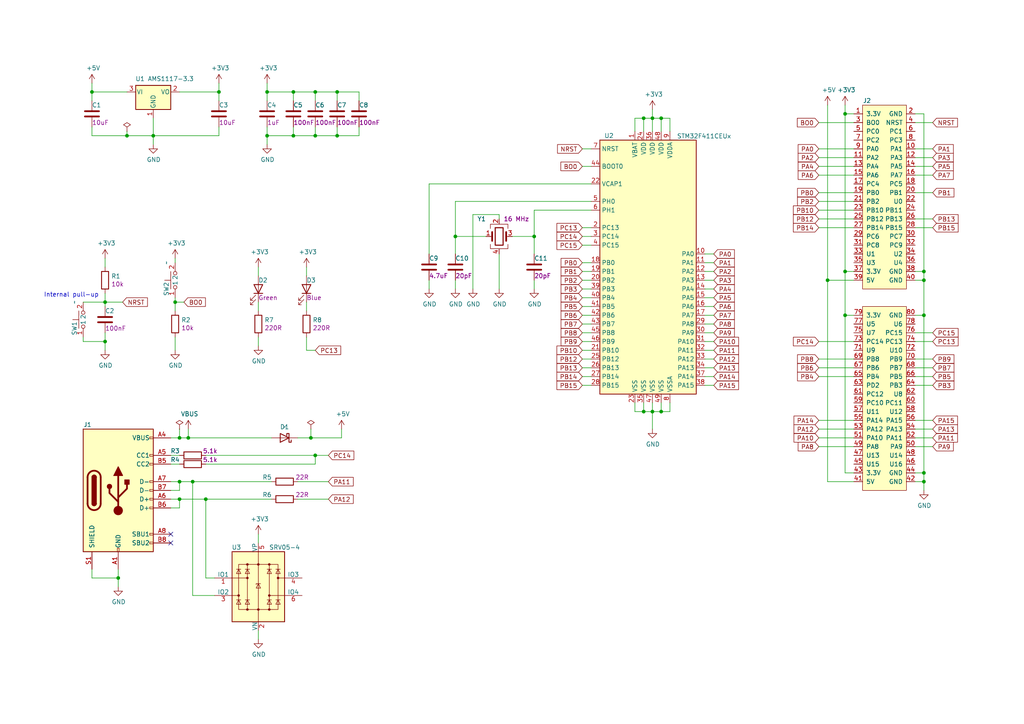
<source format=kicad_sch>
(kicad_sch (version 20211123) (generator eeschema)
  (paper "A4")
  (title_block (title "MCUSTM32F405") (date "2021-06-14") (rev "0.0") (company "STM32World") (comment 1 "lth@stm32world.com") (comment 2 "Lars Boegild Thomsen"))
  (junction (at 52.07 144.78))
  (junction (at 30.48 87.63))
  (junction (at 267.97 137.16))
  (junction (at 85.09 26.67))
  (junction (at 85.09 39.37))
  (junction (at 97.79 39.37))
  (junction (at 54.61 127))
  (junction (at 267.97 81.28))
  (junction (at 267.97 139.7))
  (junction (at 90.17 127))
  (junction (at 240.03 81.28))
  (junction (at 30.48 99.06))
  (junction (at 191.77 34.29))
  (junction (at 132.08 68.58))
  (junction (at 44.45 39.37))
  (junction (at 63.5 26.67))
  (junction (at 50.8 87.63))
  (junction (at 91.44 26.67))
  (junction (at 245.11 33.02))
  (junction (at 52.07 139.7))
  (junction (at 154.94 68.58))
  (junction (at 186.69 34.29))
  (junction (at 189.23 34.29))
  (junction (at 189.23 119.38))
  (junction (at 77.47 39.37))
  (junction (at 77.47 26.67))
  (junction (at 55.88 139.7))
  (junction (at 97.79 26.67))
  (junction (at 26.67 26.67))
  (junction (at 245.11 78.74))
  (junction (at 186.69 119.38))
  (junction (at 267.97 78.74))
  (junction (at 191.77 119.38))
  (junction (at 34.29 167.64))
  (junction (at 36.83 39.37))
  (junction (at 91.44 39.37))
  (junction (at 267.97 91.44))
  (junction (at 245.11 91.44))
  (junction (at 52.07 127))
  (junction (at 91.44 132.08))
  (junction (at 59.69 144.78))
  (no_connect (at 49.53 157.48))
  (no_connect (at 49.53 154.94))
  (wire (pts (xy 265.43 129.54) (xy 270.51 129.54)))
  (wire (pts (xy 186.69 119.38) (xy 189.23 119.38)))
  (wire (pts (xy 267.97 137.16) (xy 265.43 137.16)))
  (wire (pts (xy 97.79 39.37) (xy 97.79 36.83)))
  (wire (pts (xy 168.91 81.28) (xy 171.45 81.28)))
  (wire (pts (xy 132.08 58.42) (xy 132.08 68.58)))
  (wire (pts (xy 52.07 124.46) (xy 52.07 127)))
  (wire (pts (xy 168.91 88.9) (xy 171.45 88.9)))
  (wire (pts (xy 124.46 53.34) (xy 171.45 53.34)))
  (wire (pts (xy 267.97 91.44) (xy 267.97 137.16)))
  (wire (pts (xy 54.61 124.46) (xy 54.61 127)))
  (wire (pts (xy 267.97 139.7) (xy 267.97 137.16)))
  (wire (pts (xy 247.65 78.74) (xy 245.11 78.74)))
  (wire (pts (xy 168.91 71.12) (xy 171.45 71.12)))
  (wire (pts (xy 30.48 74.93) (xy 30.48 77.47)))
  (wire (pts (xy 204.47 86.36) (xy 207.01 86.36)))
  (wire (pts (xy 137.16 62.23) (xy 137.16 83.82)))
  (wire (pts (xy 237.49 127) (xy 247.65 127)))
  (wire (pts (xy 168.91 106.68) (xy 171.45 106.68)))
  (wire (pts (xy 154.94 60.96) (xy 154.94 68.58)))
  (wire (pts (xy 191.77 116.84) (xy 191.77 119.38)))
  (wire (pts (xy 52.07 26.67) (xy 63.5 26.67)))
  (wire (pts (xy 240.03 81.28) (xy 240.03 139.7)))
  (wire (pts (xy 247.65 106.68) (xy 237.49 106.68)))
  (wire (pts (xy 35.56 87.63) (xy 30.48 87.63)))
  (wire (pts (xy 49.53 142.24) (xy 52.07 142.24)))
  (wire (pts (xy 237.49 121.92) (xy 247.65 121.92)))
  (wire (pts (xy 50.8 87.63) (xy 50.8 90.17)))
  (wire (pts (xy 270.51 121.92) (xy 265.43 121.92)))
  (wire (pts (xy 62.23 167.64) (xy 59.69 167.64)))
  (wire (pts (xy 30.48 101.6) (xy 30.48 99.06)))
  (wire (pts (xy 207.01 83.82) (xy 204.47 83.82)))
  (wire (pts (xy 77.47 26.67) (xy 77.47 24.13)))
  (wire (pts (xy 207.01 93.98) (xy 204.47 93.98)))
  (wire (pts (xy 74.93 80.01) (xy 74.93 77.47)))
  (wire (pts (xy 168.91 48.26) (xy 171.45 48.26)))
  (wire (pts (xy 91.44 29.21) (xy 91.44 26.67)))
  (wire (pts (xy 237.49 50.8) (xy 247.65 50.8)))
  (wire (pts (xy 104.14 39.37) (xy 97.79 39.37)))
  (wire (pts (xy 44.45 41.91) (xy 44.45 39.37)))
  (wire (pts (xy 97.79 26.67) (xy 97.79 29.21)))
  (wire (pts (xy 191.77 119.38) (xy 189.23 119.38)))
  (wire (pts (xy 77.47 36.83) (xy 77.47 39.37)))
  (wire (pts (xy 95.25 144.78) (xy 86.36 144.78)))
  (wire (pts (xy 207.01 78.74) (xy 204.47 78.74)))
  (wire (pts (xy 144.78 62.23) (xy 137.16 62.23)))
  (wire (pts (xy 36.83 39.37) (xy 44.45 39.37)))
  (wire (pts (xy 270.51 124.46) (xy 265.43 124.46)))
  (wire (pts (xy 168.91 111.76) (xy 171.45 111.76)))
  (wire (pts (xy 270.51 50.8) (xy 265.43 50.8)))
  (wire (pts (xy 77.47 26.67) (xy 85.09 26.67)))
  (wire (pts (xy 207.01 104.14) (xy 204.47 104.14)))
  (wire (pts (xy 24.13 99.06) (xy 30.48 99.06)))
  (wire (pts (xy 186.69 119.38) (xy 184.15 119.38)))
  (wire (pts (xy 245.11 33.02) (xy 247.65 33.02)))
  (wire (pts (xy 186.69 34.29) (xy 184.15 34.29)))
  (wire (pts (xy 204.47 101.6) (xy 207.01 101.6)))
  (wire (pts (xy 26.67 26.67) (xy 26.67 24.13)))
  (wire (pts (xy 204.47 96.52) (xy 207.01 96.52)))
  (wire (pts (xy 186.69 116.84) (xy 186.69 119.38)))
  (wire (pts (xy 247.65 137.16) (xy 245.11 137.16)))
  (wire (pts (xy 237.49 104.14) (xy 247.65 104.14)))
  (wire (pts (xy 207.01 99.06) (xy 204.47 99.06)))
  (wire (pts (xy 97.79 26.67) (xy 91.44 26.67)))
  (wire (pts (xy 270.51 104.14) (xy 265.43 104.14)))
  (wire (pts (xy 63.5 36.83) (xy 63.5 39.37)))
  (wire (pts (xy 144.78 63.5) (xy 144.78 62.23)))
  (wire (pts (xy 168.91 83.82) (xy 171.45 83.82)))
  (wire (pts (xy 189.23 34.29) (xy 191.77 34.29)))
  (wire (pts (xy 104.14 36.83) (xy 104.14 39.37)))
  (wire (pts (xy 86.36 127) (xy 90.17 127)))
  (wire (pts (xy 144.78 73.66) (xy 144.78 83.82)))
  (wire (pts (xy 49.53 139.7) (xy 52.07 139.7)))
  (wire (pts (xy 204.47 91.44) (xy 207.01 91.44)))
  (wire (pts (xy 204.47 81.28) (xy 207.01 81.28)))
  (wire (pts (xy 247.65 124.46) (xy 237.49 124.46)))
  (wire (pts (xy 54.61 127) (xy 78.74 127)))
  (wire (pts (xy 204.47 106.68) (xy 207.01 106.68)))
  (wire (pts (xy 95.25 139.7) (xy 86.36 139.7)))
  (wire (pts (xy 74.93 154.94) (xy 74.93 157.48)))
  (wire (pts (xy 240.03 81.28) (xy 247.65 81.28)))
  (wire (pts (xy 50.8 74.93) (xy 50.8 76.2)))
  (wire (pts (xy 168.91 96.52) (xy 171.45 96.52)))
  (wire (pts (xy 186.69 34.29) (xy 186.69 38.1)))
  (wire (pts (xy 91.44 132.08) (xy 95.25 132.08)))
  (wire (pts (xy 265.43 78.74) (xy 267.97 78.74)))
  (wire (pts (xy 207.01 88.9) (xy 204.47 88.9)))
  (wire (pts (xy 34.29 167.64) (xy 34.29 170.18)))
  (wire (pts (xy 49.53 147.32) (xy 52.07 147.32)))
  (wire (pts (xy 88.9 97.79) (xy 88.9 101.6)))
  (wire (pts (xy 207.01 109.22) (xy 204.47 109.22)))
  (wire (pts (xy 91.44 134.62) (xy 91.44 132.08)))
  (wire (pts (xy 77.47 39.37) (xy 85.09 39.37)))
  (wire (pts (xy 52.07 127) (xy 54.61 127)))
  (wire (pts (xy 26.67 36.83) (xy 26.67 39.37)))
  (wire (pts (xy 50.8 86.36) (xy 50.8 87.63)))
  (wire (pts (xy 237.49 48.26) (xy 247.65 48.26)))
  (wire (pts (xy 245.11 91.44) (xy 247.65 91.44)))
  (wire (pts (xy 26.67 39.37) (xy 36.83 39.37)))
  (wire (pts (xy 26.67 26.67) (xy 36.83 26.67)))
  (wire (pts (xy 52.07 144.78) (xy 59.69 144.78)))
  (wire (pts (xy 189.23 119.38) (xy 189.23 124.46)))
  (wire (pts (xy 97.79 39.37) (xy 91.44 39.37)))
  (wire (pts (xy 191.77 34.29) (xy 191.77 38.1)))
  (wire (pts (xy 184.15 34.29) (xy 184.15 38.1)))
  (wire (pts (xy 270.51 55.88) (xy 265.43 55.88)))
  (wire (pts (xy 44.45 34.29) (xy 44.45 39.37)))
  (wire (pts (xy 237.49 109.22) (xy 247.65 109.22)))
  (wire (pts (xy 270.51 127) (xy 265.43 127)))
  (wire (pts (xy 85.09 26.67) (xy 85.09 29.21)))
  (wire (pts (xy 49.53 127) (xy 52.07 127)))
  (wire (pts (xy 44.45 39.37) (xy 63.5 39.37)))
  (wire (pts (xy 30.48 85.09) (xy 30.48 87.63)))
  (wire (pts (xy 154.94 68.58) (xy 154.94 73.66)))
  (wire (pts (xy 104.14 26.67) (xy 97.79 26.67)))
  (wire (pts (xy 99.06 127) (xy 99.06 124.46)))
  (wire (pts (xy 132.08 81.28) (xy 132.08 83.82)))
  (wire (pts (xy 59.69 132.08) (xy 91.44 132.08)))
  (wire (pts (xy 191.77 34.29) (xy 194.31 34.29)))
  (wire (pts (xy 245.11 33.02) (xy 245.11 78.74)))
  (wire (pts (xy 194.31 119.38) (xy 194.31 116.84)))
  (wire (pts (xy 189.23 116.84) (xy 189.23 119.38)))
  (wire (pts (xy 124.46 81.28) (xy 124.46 83.82)))
  (wire (pts (xy 207.01 73.66) (xy 204.47 73.66)))
  (wire (pts (xy 237.49 35.56) (xy 247.65 35.56)))
  (wire (pts (xy 168.91 43.18) (xy 171.45 43.18)))
  (wire (pts (xy 237.49 58.42) (xy 247.65 58.42)))
  (wire (pts (xy 24.13 87.63) (xy 30.48 87.63)))
  (wire (pts (xy 77.47 26.67) (xy 77.47 29.21)))
  (wire (pts (xy 91.44 39.37) (xy 85.09 39.37)))
  (wire (pts (xy 49.53 132.08) (xy 52.07 132.08)))
  (wire (pts (xy 168.91 66.04) (xy 171.45 66.04)))
  (wire (pts (xy 168.91 76.2) (xy 171.45 76.2)))
  (wire (pts (xy 30.48 99.06) (xy 30.48 96.52)))
  (wire (pts (xy 189.23 34.29) (xy 186.69 34.29)))
  (wire (pts (xy 26.67 167.64) (xy 34.29 167.64)))
  (wire (pts (xy 88.9 101.6) (xy 91.44 101.6)))
  (wire (pts (xy 88.9 87.63) (xy 88.9 90.17)))
  (wire (pts (xy 237.49 45.72) (xy 247.65 45.72)))
  (wire (pts (xy 270.51 45.72) (xy 265.43 45.72)))
  (wire (pts (xy 191.77 119.38) (xy 194.31 119.38)))
  (wire (pts (xy 24.13 97.79) (xy 24.13 99.06)))
  (wire (pts (xy 245.11 78.74) (xy 245.11 91.44)))
  (wire (pts (xy 265.43 48.26) (xy 270.51 48.26)))
  (wire (pts (xy 55.88 172.72) (xy 55.88 139.7)))
  (wire (pts (xy 168.91 86.36) (xy 171.45 86.36)))
  (wire (pts (xy 247.65 129.54) (xy 237.49 129.54)))
  (wire (pts (xy 237.49 99.06) (xy 247.65 99.06)))
  (wire (pts (xy 168.91 93.98) (xy 171.45 93.98)))
  (wire (pts (xy 267.97 81.28) (xy 267.97 91.44)))
  (wire (pts (xy 91.44 36.83) (xy 91.44 39.37)))
  (wire (pts (xy 52.07 147.32) (xy 52.07 144.78)))
  (wire (pts (xy 104.14 29.21) (xy 104.14 26.67)))
  (wire (pts (xy 189.23 31.75) (xy 189.23 34.29)))
  (wire (pts (xy 168.91 101.6) (xy 171.45 101.6)))
  (wire (pts (xy 237.49 60.96) (xy 247.65 60.96)))
  (wire (pts (xy 265.43 35.56) (xy 270.51 35.56)))
  (wire (pts (xy 154.94 81.28) (xy 154.94 83.82)))
  (wire (pts (xy 267.97 78.74) (xy 267.97 81.28)))
  (wire (pts (xy 168.91 99.06) (xy 171.45 99.06)))
  (wire (pts (xy 237.49 43.18) (xy 247.65 43.18)))
  (wire (pts (xy 171.45 68.58) (xy 168.91 68.58)))
  (wire (pts (xy 52.07 139.7) (xy 55.88 139.7)))
  (wire (pts (xy 265.43 66.04) (xy 270.51 66.04)))
  (wire (pts (xy 265.43 81.28) (xy 267.97 81.28)))
  (wire (pts (xy 59.69 134.62) (xy 91.44 134.62)))
  (wire (pts (xy 267.97 91.44) (xy 265.43 91.44)))
  (wire (pts (xy 245.11 137.16) (xy 245.11 91.44)))
  (wire (pts (xy 184.15 119.38) (xy 184.15 116.84)))
  (wire (pts (xy 204.47 76.2) (xy 207.01 76.2)))
  (wire (pts (xy 26.67 165.1) (xy 26.67 167.64)))
  (wire (pts (xy 36.83 38.1) (xy 36.83 39.37)))
  (wire (pts (xy 77.47 41.91) (xy 77.47 39.37)))
  (wire (pts (xy 267.97 142.24) (xy 267.97 139.7)))
  (wire (pts (xy 74.93 100.33) (xy 74.93 97.79)))
  (wire (pts (xy 62.23 172.72) (xy 55.88 172.72)))
  (wire (pts (xy 168.91 78.74) (xy 171.45 78.74)))
  (wire (pts (xy 26.67 26.67) (xy 26.67 29.21)))
  (wire (pts (xy 270.51 99.06) (xy 265.43 99.06)))
  (wire (pts (xy 189.23 34.29) (xy 189.23 38.1)))
  (wire (pts (xy 194.31 34.29) (xy 194.31 38.1)))
  (wire (pts (xy 63.5 26.67) (xy 63.5 24.13)))
  (wire (pts (xy 50.8 97.79) (xy 50.8 101.6)))
  (wire (pts (xy 55.88 139.7) (xy 78.74 139.7)))
  (wire (pts (xy 52.07 144.78) (xy 49.53 144.78)))
  (wire (pts (xy 52.07 134.62) (xy 49.53 134.62)))
  (wire (pts (xy 270.51 109.22) (xy 265.43 109.22)))
  (wire (pts (xy 240.03 30.48) (xy 240.03 81.28)))
  (wire (pts (xy 265.43 106.68) (xy 270.51 106.68)))
  (wire (pts (xy 91.44 26.67) (xy 85.09 26.67)))
  (wire (pts (xy 140.97 68.58) (xy 132.08 68.58)))
  (wire (pts (xy 88.9 77.47) (xy 88.9 80.01)))
  (wire (pts (xy 34.29 165.1) (xy 34.29 167.64)))
  (wire (pts (xy 265.43 96.52) (xy 270.51 96.52)))
  (wire (pts (xy 90.17 127) (xy 99.06 127)))
  (wire (pts (xy 63.5 26.67) (xy 63.5 29.21)))
  (wire (pts (xy 204.47 111.76) (xy 207.01 111.76)))
  (wire (pts (xy 168.91 91.44) (xy 171.45 91.44)))
  (wire (pts (xy 59.69 167.64) (xy 59.69 144.78)))
  (wire (pts (xy 132.08 68.58) (xy 132.08 73.66)))
  (wire (pts (xy 74.93 185.42) (xy 74.93 182.88)))
  (wire (pts (xy 168.91 104.14) (xy 171.45 104.14)))
  (wire (pts (xy 124.46 73.66) (xy 124.46 53.34)))
  (wire (pts (xy 270.51 63.5) (xy 265.43 63.5)))
  (wire (pts (xy 52.07 142.24) (xy 52.07 139.7)))
  (wire (pts (xy 148.59 68.58) (xy 154.94 68.58)))
  (wire (pts (xy 90.17 124.46) (xy 90.17 127)))
  (wire (pts (xy 168.91 109.22) (xy 171.45 109.22)))
  (wire (pts (xy 59.69 144.78) (xy 78.74 144.78)))
  (wire (pts (xy 265.43 33.02) (xy 267.97 33.02)))
  (wire (pts (xy 267.97 139.7) (xy 265.43 139.7)))
  (wire (pts (xy 53.34 87.63) (xy 50.8 87.63)))
  (wire (pts (xy 132.08 58.42) (xy 171.45 58.42)))
  (wire (pts (xy 154.94 60.96) (xy 171.45 60.96)))
  (wire (pts (xy 74.93 90.17) (xy 74.93 87.63)))
  (wire (pts (xy 240.03 139.7) (xy 247.65 139.7)))
  (wire (pts (xy 237.49 66.04) (xy 247.65 66.04)))
  (wire (pts (xy 85.09 39.37) (xy 85.09 36.83)))
  (wire (pts (xy 267.97 33.02) (xy 267.97 78.74)))
  (wire (pts (xy 245.11 30.48) (xy 245.11 33.02)))
  (wire (pts (xy 30.48 87.63) (xy 30.48 88.9)))
  (wire (pts (xy 237.49 63.5) (xy 247.65 63.5)))
  (wire (pts (xy 265.43 43.18) (xy 270.51 43.18)))
  (wire (pts (xy 270.51 111.76) (xy 265.43 111.76)))
  (wire (pts (xy 237.49 55.88) (xy 247.65 55.88)))
  (text "Internal pull-up" (at 12.7 86.36 0) (effects (font (size 1.27 1.27)) (justify left bottom)))
  (global_label "PA9" (shape input) (at 270.51 129.54 0) (property "Intersheet References" "${INTERSHEET_REFS}" (effects hide)))
  (global_label "PB10" (shape input) (at 237.49 60.96 180) (property "Intersheet References" "${INTERSHEET_REFS}" (effects hide)))
  (global_label "PB14" (shape input) (at 237.49 66.04 180) (property "Intersheet References" "${INTERSHEET_REFS}" (effects hide)))
  (global_label "NRST" (shape input) (at 168.91 43.18 180) (property "Intersheet References" "${INTERSHEET_REFS}" (effects hide)))
  (global_label "PA14" (shape input) (at 207.01 109.22 0) (property "Intersheet References" "${INTERSHEET_REFS}" (effects hide)))
  (global_label "PA6" (shape input) (at 237.49 50.8 180) (property "Intersheet References" "${INTERSHEET_REFS}" (effects hide)))
  (global_label "NRST" (shape input) (at 35.56 87.63 0) (property "Intersheet References" "${INTERSHEET_REFS}" (effects hide)))
  (global_label "PC15" (shape input) (at 270.51 96.52 0) (property "Intersheet References" "${INTERSHEET_REFS}" (effects hide)))
  (global_label "PC13" (shape input) (at 168.91 66.04 180) (property "Intersheet References" "${INTERSHEET_REFS}" (effects hide)))
  (global_label "PA13" (shape input) (at 207.01 106.68 0) (property "Intersheet References" "${INTERSHEET_REFS}" (effects hide)))
  (global_label "PB2" (shape input) (at 168.91 81.28 180) (property "Intersheet References" "${INTERSHEET_REFS}" (effects hide)))
  (global_label "PB9" (shape input) (at 168.91 99.06 180) (property "Intersheet References" "${INTERSHEET_REFS}" (effects hide)))
  (global_label "BO0" (shape input) (at 237.49 35.56 180) (property "Intersheet References" "${INTERSHEET_REFS}" (effects hide)))
  (global_label "BO0" (shape input) (at 168.91 48.26 180) (property "Intersheet References" "${INTERSHEET_REFS}" (effects hide)))
  (global_label "PB2" (shape input) (at 237.49 58.42 180) (property "Intersheet References" "${INTERSHEET_REFS}" (effects hide)))
  (global_label "PB6" (shape input) (at 237.49 106.68 180) (property "Intersheet References" "${INTERSHEET_REFS}" (effects hide)))
  (global_label "PB15" (shape input) (at 270.51 66.04 0) (property "Intersheet References" "${INTERSHEET_REFS}" (effects hide)))
  (global_label "PA4" (shape input) (at 207.01 83.82 0) (property "Intersheet References" "${INTERSHEET_REFS}" (effects hide)))
  (global_label "PB5" (shape input) (at 270.51 109.22 0) (property "Intersheet References" "${INTERSHEET_REFS}" (effects hide)))
  (global_label "PC13" (shape input) (at 91.44 101.6 0) (property "Intersheet References" "${INTERSHEET_REFS}" (effects hide)))
  (global_label "PA3" (shape input) (at 270.51 45.72 0) (property "Intersheet References" "${INTERSHEET_REFS}" (effects hide)))
  (global_label "PA8" (shape input) (at 207.01 93.98 0) (property "Intersheet References" "${INTERSHEET_REFS}" (effects hide)))
  (global_label "PB14" (shape input) (at 168.91 109.22 180) (property "Intersheet References" "${INTERSHEET_REFS}" (effects hide)))
  (global_label "PB12" (shape input) (at 168.91 104.14 180) (property "Intersheet References" "${INTERSHEET_REFS}" (effects hide)))
  (global_label "PB9" (shape input) (at 270.51 104.14 0) (property "Intersheet References" "${INTERSHEET_REFS}" (effects hide)))
  (global_label "PB3" (shape input) (at 168.91 83.82 180) (property "Intersheet References" "${INTERSHEET_REFS}" (effects hide)))
  (global_label "PB13" (shape input) (at 168.91 106.68 180) (property "Intersheet References" "${INTERSHEET_REFS}" (effects hide)))
  (global_label "PA12" (shape input) (at 237.49 124.46 180) (property "Intersheet References" "${INTERSHEET_REFS}" (effects hide)))
  (global_label "PC14" (shape input) (at 95.25 132.08 0) (property "Intersheet References" "${INTERSHEET_REFS}" (effects hide)))
  (global_label "PA11" (shape input) (at 95.25 139.7 0) (property "Intersheet References" "${INTERSHEET_REFS}" (effects hide)))
  (global_label "PA7" (shape input) (at 270.51 50.8 0) (property "Intersheet References" "${INTERSHEET_REFS}" (effects hide)))
  (global_label "PA2" (shape input) (at 207.01 78.74 0) (property "Intersheet References" "${INTERSHEET_REFS}" (effects hide)))
  (global_label "PB0" (shape input) (at 168.91 76.2 180) (property "Intersheet References" "${INTERSHEET_REFS}" (effects hide)))
  (global_label "PB4" (shape input) (at 237.49 109.22 180) (property "Intersheet References" "${INTERSHEET_REFS}" (effects hide)))
  (global_label "PA2" (shape input) (at 237.49 45.72 180) (property "Intersheet References" "${INTERSHEET_REFS}" (effects hide)))
  (global_label "PA9" (shape input) (at 207.01 96.52 0) (property "Intersheet References" "${INTERSHEET_REFS}" (effects hide)))
  (global_label "PA7" (shape input) (at 207.01 91.44 0) (property "Intersheet References" "${INTERSHEET_REFS}" (effects hide)))
  (global_label "PB15" (shape input) (at 168.91 111.76 180) (property "Intersheet References" "${INTERSHEET_REFS}" (effects hide)))
  (global_label "PB7" (shape input) (at 168.91 93.98 180) (property "Intersheet References" "${INTERSHEET_REFS}" (effects hide)))
  (global_label "PA12" (shape input) (at 95.25 144.78 0) (property "Intersheet References" "${INTERSHEET_REFS}" (effects hide)))
  (global_label "PA10" (shape input) (at 237.49 127 180) (property "Intersheet References" "${INTERSHEET_REFS}" (effects hide)))
  (global_label "PA15" (shape input) (at 270.51 121.92 0) (property "Intersheet References" "${INTERSHEET_REFS}" (effects hide)))
  (global_label "PB13" (shape input) (at 270.51 63.5 0) (property "Intersheet References" "${INTERSHEET_REFS}" (effects hide)))
  (global_label "PB10" (shape input) (at 168.91 101.6 180) (property "Intersheet References" "${INTERSHEET_REFS}" (effects hide)))
  (global_label "PB12" (shape input) (at 237.49 63.5 180) (property "Intersheet References" "${INTERSHEET_REFS}" (effects hide)))
  (global_label "PA6" (shape input) (at 207.01 88.9 0) (property "Intersheet References" "${INTERSHEET_REFS}" (effects hide)))
  (global_label "PB4" (shape input) (at 168.91 86.36 180) (property "Intersheet References" "${INTERSHEET_REFS}" (effects hide)))
  (global_label "PB0" (shape input) (at 237.49 55.88 180) (property "Intersheet References" "${INTERSHEET_REFS}" (effects hide)))
  (global_label "PC14" (shape input) (at 237.49 99.06 180) (property "Intersheet References" "${INTERSHEET_REFS}" (effects hide)))
  (global_label "PA14" (shape input) (at 237.49 121.92 180) (property "Intersheet References" "${INTERSHEET_REFS}" (effects hide)))
  (global_label "PA11" (shape input) (at 270.51 127 0) (property "Intersheet References" "${INTERSHEET_REFS}" (effects hide)))
  (global_label "PA5" (shape input) (at 207.01 86.36 0) (property "Intersheet References" "${INTERSHEET_REFS}" (effects hide)))
  (global_label "PA12" (shape input) (at 207.01 104.14 0) (property "Intersheet References" "${INTERSHEET_REFS}" (effects hide)))
  (global_label "PB1" (shape input) (at 168.91 78.74 180) (property "Intersheet References" "${INTERSHEET_REFS}" (effects hide)))
  (global_label "PB5" (shape input) (at 168.91 88.9 180) (property "Intersheet References" "${INTERSHEET_REFS}" (effects hide)))
  (global_label "PA8" (shape input) (at 237.49 129.54 180) (property "Intersheet References" "${INTERSHEET_REFS}" (effects hide)))
  (global_label "PA3" (shape input) (at 207.01 81.28 0) (property "Intersheet References" "${INTERSHEET_REFS}" (effects hide)))
  (global_label "PA15" (shape input) (at 207.01 111.76 0) (property "Intersheet References" "${INTERSHEET_REFS}" (effects hide)))
  (global_label "PB8" (shape input) (at 168.91 96.52 180) (property "Intersheet References" "${INTERSHEET_REFS}" (effects hide)))
  (global_label "PB3" (shape input) (at 270.51 111.76 0) (property "Intersheet References" "${INTERSHEET_REFS}" (effects hide)))
  (global_label "PC15" (shape input) (at 168.91 71.12 180) (property "Intersheet References" "${INTERSHEET_REFS}" (effects hide)))
  (global_label "PA1" (shape input) (at 270.51 43.18 0) (property "Intersheet References" "${INTERSHEET_REFS}" (effects hide)))
  (global_label "PB6" (shape input) (at 168.91 91.44 180) (property "Intersheet References" "${INTERSHEET_REFS}" (effects hide)))
  (global_label "PB8" (shape input) (at 237.49 104.14 180) (property "Intersheet References" "${INTERSHEET_REFS}" (effects hide)))
  (global_label "NRST" (shape input) (at 270.51 35.56 0) (property "Intersheet References" "${INTERSHEET_REFS}" (effects hide)))
  (global_label "PA11" (shape input) (at 207.01 101.6 0) (property "Intersheet References" "${INTERSHEET_REFS}" (effects hide)))
  (global_label "PC13" (shape input) (at 270.51 99.06 0) (property "Intersheet References" "${INTERSHEET_REFS}" (effects hide)))
  (global_label "PA0" (shape input) (at 237.49 43.18 180) (property "Intersheet References" "${INTERSHEET_REFS}" (effects hide)))
  (global_label "PC14" (shape input) (at 168.91 68.58 180) (property "Intersheet References" "${INTERSHEET_REFS}" (effects hide)))
  (global_label "PA1" (shape input) (at 207.01 76.2 0) (property "Intersheet References" "${INTERSHEET_REFS}" (effects hide)))
  (global_label "PA13" (shape input) (at 270.51 124.46 0) (property "Intersheet References" "${INTERSHEET_REFS}" (effects hide)))
  (global_label "PB1" (shape input) (at 270.51 55.88 0) (property "Intersheet References" "${INTERSHEET_REFS}" (effects hide)))
  (global_label "PA5" (shape input) (at 270.51 48.26 0) (property "Intersheet References" "${INTERSHEET_REFS}" (effects hide)))
  (global_label "PB7" (shape input) (at 270.51 106.68 0) (property "Intersheet References" "${INTERSHEET_REFS}" (effects hide)))
  (global_label "PA10" (shape input) (at 207.01 99.06 0) (property "Intersheet References" "${INTERSHEET_REFS}" (effects hide)))
  (global_label "PA0" (shape input) (at 207.01 73.66 0) (property "Intersheet References" "${INTERSHEET_REFS}" (effects hide)))
  (global_label "PA4" (shape input) (at 237.49 48.26 180) (property "Intersheet References" "${INTERSHEET_REFS}" (effects hide)))
  (global_label "BO0" (shape input) (at 53.34 87.63 0) (property "Intersheet References" "${INTERSHEET_REFS}" (effects hide)))
  (symbol (lib_id "power:GND") (at 189.23 124.46 0) (unit 1)
    (property "Reference" "#PWR020" (effects hide))
    (property "Value" "GND" (at 189.357 128.8542 0))
  )
  (symbol (lib_id "power:+3.3V") (at 189.23 31.75 0) (unit 1)
    (property "Reference" "#PWR021" (effects hide))
    (property "Value" "+3.3V" (at 189.611 27.3558 0))
  )
  (symbol (lib_id "stm32world:STM32WORLD_BASE") (at 256.54 86.36 0) (unit 1)
    (property "Reference" "J2" (at 251.46 29.21 0))
    (property "Value" "STM32WORLD_BASE" (effects hide))
    (property "Footprint" "stm32world:STM32WORLD_BASE" (effects hide))
  )
  (symbol (lib_id "power:+3.3V") (at 245.11 30.48 0) (unit 1)
    (property "Reference" "#PWR022" (effects hide))
    (property "Value" "+3.3V" (at 245.491 26.0858 0))
  )
  (symbol (lib_id "power:GND") (at 267.97 142.24 0) (unit 1)
    (property "Reference" "#PWR024" (effects hide))
    (property "Value" "GND" (at 268.097 146.6342 0))
  )
  (symbol (lib_id "power:GND") (at 132.08 83.82 0) (unit 1)
    (property "Reference" "#PWR017" (effects hide))
    (property "Value" "GND" (at 132.207 88.2142 0))
  )
  (symbol (lib_id "power:GND") (at 154.94 83.82 0) (unit 1)
    (property "Reference" "#PWR019" (effects hide))
    (property "Value" "GND" (at 155.067 88.2142 0))
  )
  (symbol (lib_id "power:GND") (at 144.78 83.82 0) (unit 1)
    (property "Reference" "#PWR018" (effects hide))
    (property "Value" "GND" (at 144.907 88.2142 0))
  )
  (symbol (lib_id "power:GND") (at 137.16 83.82 0) (unit 1)
    (property "Reference" "#PWR016" (effects hide))
    (property "Value" "GND" (at 137.287 88.2142 0))
  )
  (symbol (lib_id "Device:D_Schottky") (at 82.55 127 180) (unit 1)
    (property "Reference" "D1" (at 82.55 123.825 0))
    (property "Value" "~" (at 82.55 123.7996 0))
    (property "Footprint" "Diode_SMD:D_SOD-123" (effects hide))
    (property "LCSC" "C8598" (effects hide))
  )
  (symbol (lib_id "power:GND") (at 34.29 170.18 0) (unit 1)
    (property "Reference" "#PWR04" (effects hide))
    (property "Value" "GND" (at 34.417 174.5742 0))
  )
  (symbol (lib_id "stm32world:USB_C_Receptacle_USB2.0") (at 34.29 142.24 0) (unit 1)
    (property "Reference" "J1" (at 25.4 123.19 0))
    (property "Footprint" "stm32world:USB_C_Receptacle_HRO_TYPE-C-31-M-12" (effects hide))
    (property "Datasheet" "1811131825_Korean-Hroparts-Elec-TYPE-C-31-M-12_C165948.pdf" (effects hide))
    (property "LCSC" "C165948" (effects hide))
  )
  (symbol (lib_id "power:VBUS") (at 54.61 124.46 0) (unit 1)
    (property "Reference" "#PWR09" (effects hide))
    (property "Value" "VBUS" (at 54.991 120.0658 0))
  )
  (symbol (lib_id "power:+5V") (at 99.06 124.46 0) (unit 1)
    (property "Reference" "#PWR015" (effects hide))
    (property "Value" "+5V" (at 99.441 120.0658 0))
  )
  (symbol (lib_id "power:PWR_FLAG") (at 52.07 124.46 0) (unit 1)
    (property "Reference" "#FLG02" (effects hide))
    (property "Value" "PWR_FLAG" (effects hide))
  )
  (symbol (lib_id "power:PWR_FLAG") (at 90.17 124.46 0) (unit 1)
    (property "Reference" "#FLG03" (effects hide))
    (property "Value" "PWR_FLAG" (effects hide))
  )
  (symbol (lib_id "power:GND") (at 44.45 41.91 0) (unit 1)
    (property "Reference" "#PWR05" (effects hide))
    (property "Value" "GND" (at 44.577 46.3042 0))
  )
  (symbol (lib_id "power:+3.3V") (at 63.5 24.13 0) (unit 1)
    (property "Reference" "#PWR08" (effects hide))
    (property "Value" "+3.3V" (at 63.881 19.7358 0))
  )
  (symbol (lib_id "power:PWR_FLAG") (at 36.83 38.1 0) (unit 1)
    (property "Reference" "#FLG01" (effects hide))
    (property "Value" "PWR_FLAG" (effects hide))
  )
  (symbol (lib_id "power:+3.3V") (at 77.47 24.13 0) (unit 1)
    (property "Reference" "#PWR010" (effects hide))
    (property "Value" "+3.3V" (at 77.851 19.7358 0))
  )
  (symbol (lib_id "power:GND") (at 77.47 41.91 0) (unit 1)
    (property "Reference" "#PWR011" (effects hide))
    (property "Value" "GND" (at 77.597 46.3042 0))
  )
  (symbol (lib_id "power:+5V") (at 26.67 24.13 0) (unit 1)
    (property "Reference" "#PWR01" (effects hide))
    (property "Value" "+5V" (at 27.051 19.7358 0))
  )
  (symbol (lib_id "stm32world:TS-1088R-02526") (at 24.13 92.71 90) (unit 1)
    (property "Reference" "SW1" (at 21.59 95.25 0))
    (property "Value" "~" (at 21.59 87.63 0))
    (property "Footprint" "stm32world:TS-1088R-02526" (effects hide))
    (property "Datasheet" "https://datasheet.lcsc.com/szlcsc/1912111437_XUNPU-TS-1088R-02526_C455281.pdf" (effects hide))
    (property "LCSC" "C455281" (effects hide))
  )
  (symbol (lib_id "power:GND") (at 30.48 101.6 0) (unit 1)
    (property "Reference" "#PWR03" (effects hide))
    (property "Value" "GND" (at 30.607 105.9942 0))
  )
  (symbol (lib_id "power:GND") (at 74.93 100.33 0) (unit 1)
    (property "Reference" "#PWR013" (effects hide))
    (property "Value" "GND" (at 75.057 104.7242 0))
  )
  (symbol (lib_id "power:+3.3V") (at 88.9 77.47 0) (unit 1)
    (property "Reference" "#PWR014" (effects hide))
    (property "Value" "+3.3V" (at 89.281 73.0758 0))
  )
  (symbol (lib_id "power:+3.3V") (at 74.93 77.47 0) (unit 1)
    (property "Reference" "#PWR012" (effects hide))
    (property "Value" "+3.3V" (at 75.311 73.0758 0))
  )
  (symbol (lib_id "stm32world:TS-1088R-02526") (at 50.8 81.28 90) (unit 1)
    (property "Reference" "SW2" (at 48.26 83.82 0))
    (property "Value" "~" (at 48.26 76.2 0))
    (property "Footprint" "stm32world:TS-1088R-02526" (effects hide))
    (property "Datasheet" "https://datasheet.lcsc.com/szlcsc/1912111437_XUNPU-TS-1088R-02526_C455281.pdf" (effects hide))
    (property "LCSC" "C455281" (effects hide))
  )
  (symbol (lib_id "power:GND") (at 50.8 101.6 0) (unit 1)
    (property "Reference" "#PWR07" (effects hide))
    (property "Value" "GND" (at 50.927 105.9942 0))
  )
  (symbol (lib_id "power:+3.3V") (at 50.8 74.93 0) (unit 1)
    (property "Reference" "#PWR06" (effects hide))
    (property "Value" "+3.3V" (at 51.181 70.5358 0))
  )
  (symbol (lib_id "power:+3.3V") (at 30.48 74.93 0) (unit 1)
    (property "Reference" "#PWR02" (effects hide))
    (property "Value" "+3.3V" (at 30.861 70.5358 0))
  )
  (symbol (lib_id "stm32world:C_100NF_0603") (at 85.09 33.02 0) (unit 1)
    (property "Reference" "C5" (at 85.09 30.48 0) (effects (justify left)))
    (property "Value" "C_100NF_0603" (effects hide))
    (property "Footprint" "Capacitor_SMD:C_0603_1608Metric" (effects hide))
    (property "Display" "100nF" (at 85.09 35.56 0) (effects (justify left)))
    (property "LCSC" "C14663" (effects hide))
  )
  (symbol (lib_id "stm32world:C_100NF_0603") (at 91.44 33.02 0) (unit 1)
    (property "Reference" "C6" (at 91.44 30.48 0) (effects (justify left)))
    (property "Value" "C_100NF_0603" (effects hide))
    (property "Footprint" "Capacitor_SMD:C_0603_1608Metric" (effects hide))
    (property "Display" "100nF" (at 91.44 35.56 0) (effects (justify left)))
    (property "LCSC" "C14663" (effects hide))
  )
  (symbol (lib_id "stm32world:C_100NF_0603") (at 97.79 33.02 0) (unit 1)
    (property "Reference" "C7" (at 97.79 30.48 0) (effects (justify left)))
    (property "Value" "C_100NF_0603" (effects hide))
    (property "Footprint" "Capacitor_SMD:C_0603_1608Metric" (effects hide))
    (property "Display" "100nF" (at 97.79 35.56 0) (effects (justify left)))
    (property "LCSC" "C14663" (effects hide))
  )
  (symbol (lib_id "stm32world:C_100NF_0603") (at 104.14 33.02 0) (unit 1)
    (property "Reference" "C8" (at 104.14 30.48 0) (effects (justify left)))
    (property "Value" "C_100NF_0603" (effects hide))
    (property "Footprint" "Capacitor_SMD:C_0603_1608Metric" (effects hide))
    (property "Display" "100nF" (at 104.14 35.56 0) (effects (justify left)))
    (property "LCSC" "C14663" (effects hide))
  )
  (symbol (lib_id "stm32world:R_5.1K_0603") (at 55.88 132.08 270) (unit 1)
    (property "Reference" "R3" (at 50.8 130.81 90))
    (property "Value" "R_5.1K_0603" (effects hide))
    (property "Footprint" "Resistor_SMD:R_0603_1608Metric" (effects hide))
    (property "Display" "5.1k" (at 60.96 130.81 90))
    (property "LCSC" "C23186" (effects hide))
  )
  (symbol (lib_id "stm32world:R_5.1K_0603") (at 55.88 134.62 270) (unit 1)
    (property "Reference" "R4" (at 50.8 133.35 90))
    (property "Value" "R_5.1K_0603" (effects hide))
    (property "Footprint" "Resistor_SMD:R_0603_1608Metric" (effects hide))
    (property "Display" "5.1k" (at 60.96 133.35 90))
    (property "LCSC" "C23186" (effects hide))
  )
  (symbol (lib_id "stm32world:AMS1117-3.3") (at 44.45 26.67 0) (unit 1)
    (property "Reference" "U1" (at 40.64 22.86 0))
    (property "Value" "AMS1117-3.3" (at 49.53 22.86 0))
    (property "Footprint" "Package_TO_SOT_SMD:SOT-223-3_TabPin2" (effects hide))
    (property "Datasheet" "https://datasheet.lcsc.com/lcsc/1811142212_Advanced-Monolithic-Systems-AMS1117-3-3_C6186.pdf" (effects hide))
    (property "LCSC" "C6186" (effects hide))
  )
  (symbol (lib_id "stm32world:LED_GREEN_0603") (at 74.93 83.82 270) (mirror x) (unit 1)
    (property "Reference" "D2" (at 74.93 81.28 90) (effects (justify left)))
    (property "Value" "LED_GREEN_0603" (effects hide))
    (property "Footprint" "LED_SMD:LED_0603_1608Metric" (effects hide))
    (property "Display" "Green" (at 74.93 86.36 90) (effects (justify left)))
    (property "LCSC" "C72043" (effects hide))
  )
  (symbol (lib_id "stm32world:SRV05-4") (at 74.93 170.18 0) (unit 1)
    (property "Reference" "U3" (at 68.58 158.75 0))
    (property "Value" "SRV05-4" (at 82.55 158.75 0))
    (property "Footprint" "Package_TO_SOT_SMD:SOT-23-6" (effects hide))
    (property "Datasheet" "http://www.onsemi.com/pub/Collateral/SRV05-4-D.PDF" (effects hide))
    (property "LCSC" "C85364" (effects hide))
  )
  (symbol (lib_id "power:GND") (at 74.93 185.42 0) (unit 1)
    (property "Reference" "#PWR0104" (effects hide))
    (property "Value" "GND" (at 75.057 189.8142 0))
  )
  (symbol (lib_id "stm32world:C_100NF_0603") (at 30.48 92.71 0) (unit 1)
    (property "Reference" "C2" (at 30.48 90.17 0) (effects (justify left)))
    (property "Value" "C_100NF_0603" (effects hide))
    (property "Footprint" "Capacitor_SMD:C_0603_1608Metric" (effects hide))
    (property "Display" "100nF" (at 30.48 95.25 0) (effects (justify left)))
    (property "LCSC" "C14663" (effects hide))
  )
  (symbol (lib_id "stm32world:C_10UF_0805") (at 26.67 33.02 0) (unit 1)
    (property "Reference" "C1" (at 26.67 30.48 0) (effects (justify left)))
    (property "Value" "C_10UF_0805" (effects hide))
    (property "Footprint" "Capacitor_SMD:C_0805_2012Metric" (effects hide))
    (property "Display" "10uF" (at 26.67 35.56 0) (effects (justify left)))
    (property "LCSC" "C15850" (effects hide))
  )
  (symbol (lib_id "stm32world:C_10UF_0805") (at 63.5 33.02 0) (unit 1)
    (property "Reference" "C3" (at 63.5 30.48 0) (effects (justify left)))
    (property "Value" "C_10UF_0805" (effects hide))
    (property "Footprint" "Capacitor_SMD:C_0805_2012Metric" (effects hide))
    (property "Display" "10uF" (at 63.5 35.56 0) (effects (justify left)))
    (property "LCSC" "C15850" (effects hide))
  )
  (symbol (lib_id "stm32world:LED_BLUE_0603") (at 88.9 83.82 270) (mirror x) (unit 1)
    (property "Reference" "D3" (at 88.9 81.28 90) (effects (justify left)))
    (property "Value" "LED_BLUE_0603" (effects hide))
    (property "Footprint" "LED_SMD:LED_0603_1608Metric" (effects hide))
    (property "Display" "Blue" (at 88.9 86.36 90) (effects (justify left)))
    (property "LCSC" "C72041" (effects hide))
  )
  (symbol (lib_id "stm32world:R_22_0603") (at 82.55 139.7 270) (unit 1)
    (property "Reference" "R5" (at 77.47 138.43 90))
    (property "Value" "R_22_0603" (effects hide))
    (property "Footprint" "Resistor_SMD:R_0603_1608Metric" (effects hide))
    (property "Display" "22R" (at 87.63 138.43 90))
    (property "LCSC" "C23345" (effects hide))
  )
  (symbol (lib_id "stm32world:R_22_0603") (at 82.55 144.78 270) (unit 1)
    (property "Reference" "R6" (at 77.47 143.51 90))
    (property "Value" "R_22_0603" (effects hide))
    (property "Footprint" "Resistor_SMD:R_0603_1608Metric" (effects hide))
    (property "Display" "22R" (at 87.63 143.51 90))
    (property "LCSC" "C23345" (effects hide))
  )
  (symbol (lib_id "stm32world:R_220_0603") (at 74.93 93.98 0) (unit 1)
    (property "Reference" "R7" (at 76.708 92.8116 0) (effects (justify left)))
    (property "Value" "R_220_0603" (effects hide))
    (property "Footprint" "Resistor_SMD:R_0603_1608Metric" (effects hide))
    (property "Display" "220R" (at 76.708 95.123 0) (effects (justify left)))
    (property "LCSC" "C22962" (effects hide))
  )
  (symbol (lib_id "stm32world:R_220_0603") (at 88.9 93.98 0) (unit 1)
    (property "Reference" "R8" (at 90.678 92.8116 0) (effects (justify left)))
    (property "Value" "R_220_0603" (effects hide))
    (property "Footprint" "Resistor_SMD:R_0603_1608Metric" (effects hide))
    (property "Display" "220R" (at 90.678 95.123 0) (effects (justify left)))
    (property "LCSC" "C22962" (effects hide))
  )
  (symbol (lib_id "power:+3.3V") (at 74.93 154.94 0) (unit 1)
    (property "Reference" "#PWR0105" (effects hide))
    (property "Value" "+3.3V" (at 75.311 150.5458 0))
  )
  (symbol (lib_id "stm32world:C_20PF_0603") (at 132.08 77.47 0) (unit 1)
    (property "Reference" "C10" (at 132.08 74.93 0) (effects (justify left)))
    (property "Value" "C_20PF_0603" (effects hide))
    (property "Footprint" "Capacitor_SMD:C_0603_1608Metric" (effects hide))
    (property "Display" "20pF" (at 132.08 80.01 0) (effects (justify left)))
    (property "LCSC" "C1648" (effects hide))
  )
  (symbol (lib_id "stm32world:C_20PF_0603") (at 154.94 77.47 0) (unit 1)
    (property "Reference" "C11" (at 154.94 74.93 0) (effects (justify left)))
    (property "Value" "C_20PF_0603" (effects hide))
    (property "Footprint" "Capacitor_SMD:C_0603_1608Metric" (effects hide))
    (property "Display" "20pF" (at 154.94 80.01 0) (effects (justify left)))
    (property "LCSC" "C1648" (effects hide))
  )
  (symbol (lib_id "stm32world:C_1UF_0603") (at 77.47 33.02 0) (unit 1)
    (property "Reference" "C4" (at 77.47 30.48 0) (effects (justify left)))
    (property "Value" "C_1UF_0603" (effects hide))
    (property "Footprint" "Capacitor_SMD:C_0603_1608Metric" (effects hide))
    (property "Display" "1uF" (at 77.47 35.56 0) (effects (justify left)))
    (property "LCSC" "C15849" (effects hide))
  )
  (symbol (lib_id "power:+5V") (at 240.03 30.48 0) (unit 1)
    (property "Reference" "#PWR0101" (effects hide))
    (property "Value" "+5V" (at 240.411 26.0858 0))
  )
  (symbol (lib_id "stm32world:R_10K_0603") (at 50.8 93.98 0) (unit 1)
    (property "Reference" "R2" (at 52.578 92.8116 0) (effects (justify left)))
    (property "Value" "R_10K_0603" (effects hide))
    (property "Footprint" "Resistor_SMD:R_0603_1608Metric" (effects hide))
    (property "Display" "10k" (at 52.578 95.123 0) (effects (justify left)))
    (property "LCSC" "C25804" (effects hide))
  )
  (symbol (lib_id "stm32world:R_10K_0603") (at 30.48 81.28 0) (unit 1)
    (property "Reference" "R1" (at 32.258 80.1116 0) (effects (justify left)))
    (property "Value" "R_10K_0603" (effects hide))
    (property "Footprint" "Resistor_SMD:R_0603_1608Metric" (effects hide))
    (property "Display" "10k" (at 32.258 82.423 0) (effects (justify left)))
    (property "LCSC" "C25804" (effects hide))
  )
  (symbol (lib_id "stm32world:X_16MHZ") (at 144.78 68.58 0) (unit 1)
    (property "Reference" "Y1" (at 138.43 63.5 0) (effects (justify left)))
    (property "Value" "X_16MHZ" (effects hide))
    (property "Footprint" "Crystal:Crystal_SMD_3225-4Pin_3.2x2.5mm" (effects hide))
    (property "Datasheet" "https://datasheet.lcsc.com/szlcsc/Yangxing-Tech-X322516MLB4SI_C13738.pdf" (effects hide))
    (property "LCSC" "C13738" (effects hide))
    (property "Display" "16 MHz" (at 146.05 63.5 0) (effects (justify left)))
  )
  (symbol (lib_id "MCU_ST_STM32F4:STM32F411CEUx") (at 189.23 76.2 0) (unit 1)
    (property "Reference" "U2" (at 175.26 39.37 0) (effects (justify left)))
    (property "Value" "STM32F411CEUx" (at 196.3294 39.4771 0) (effects (justify left)))
    (property "Footprint" "Package_DFN_QFN:QFN-48-1EP_7x7mm_P0.5mm_EP5.6x5.6mm" (effects hide))
    (property "Datasheet" "http://www.st.com/st-web-ui/static/active/en/resource/technical/document/datasheet/DM00115249.pdf" (effects hide))
    (property "LCSC" "C60420" (effects hide))
  )
  (symbol (lib_id "stm32world:C_4.7UF_0603") (at 124.46 77.47 0) (unit 1)
    (property "Reference" "C9" (at 124.46 74.93 0) (effects (justify left)))
    (property "Value" "C_4.7UF_0603" (effects hide))
    (property "Footprint" "Capacitor_SMD:C_0603_1608Metric" (effects hide))
    (property "Display" "4.7uF" (at 124.46 80.01 0) (effects (justify left)))
    (property "LCSC" "C19666" (effects hide))
  )
  (symbol (lib_id "power:GND") (at 124.46 83.82 0) (unit 1)
    (property "Reference" "#PWR0102" (effects hide))
    (property "Value" "GND" (at 124.587 88.2142 0))
  )
)
</source>
